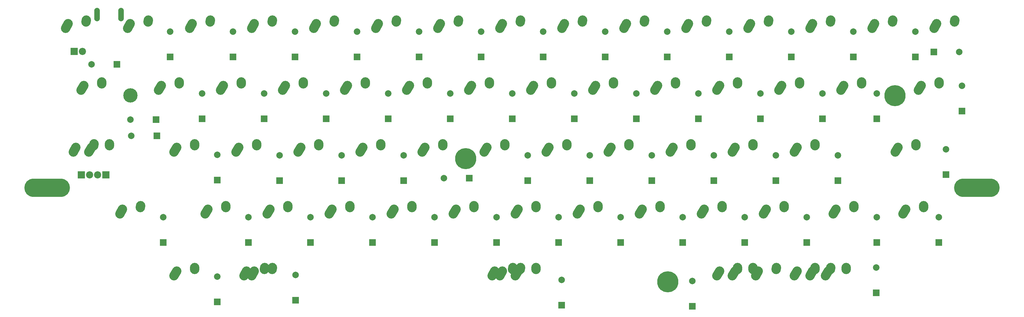
<source format=gts>
G04 #@! TF.FileFunction,Soldermask,Top*
%FSLAX46Y46*%
G04 Gerber Fmt 4.6, Leading zero omitted, Abs format (unit mm)*
G04 Created by KiCad (PCBNEW 4.0.6) date 05/05/17 19:14:25*
%MOMM*%
%LPD*%
G01*
G04 APERTURE LIST*
%ADD10C,0.100000*%
%ADD11C,2.900000*%
%ADD12R,2.000000X2.000000*%
%ADD13C,2.000000*%
%ADD14O,1.700000X4.200000*%
%ADD15O,14.000000X5.600000*%
%ADD16C,4.400000*%
%ADD17C,6.500000*%
%ADD18R,2.200000X2.200000*%
%ADD19C,2.200000*%
G04 APERTURE END LIST*
D10*
D11*
X320850453Y-103156296D02*
X320039547Y-104616204D01*
X326389724Y-102076922D02*
X326350276Y-102655578D01*
D12*
X88150000Y-115750000D03*
D13*
X80350000Y-115750000D03*
D12*
X104500000Y-113400000D03*
D13*
X104500000Y-105600000D03*
D12*
X123825000Y-113437500D03*
D13*
X123825000Y-105637500D03*
D12*
X142875000Y-113437500D03*
D13*
X142875000Y-105637500D03*
D12*
X161925000Y-113437500D03*
D13*
X161925000Y-105637500D03*
D12*
X180975000Y-113437500D03*
D13*
X180975000Y-105637500D03*
D12*
X200025000Y-113437500D03*
D13*
X200025000Y-105637500D03*
D12*
X219075000Y-113437500D03*
D13*
X219075000Y-105637500D03*
D12*
X238125000Y-113437500D03*
D13*
X238125000Y-105637500D03*
D12*
X257175000Y-113437500D03*
D13*
X257175000Y-105637500D03*
D12*
X276225000Y-113437500D03*
D13*
X276225000Y-105637500D03*
D12*
X295275000Y-113437500D03*
D13*
X295275000Y-105637500D03*
D12*
X314325000Y-113437500D03*
D13*
X314325000Y-105637500D03*
D12*
X100150000Y-132750000D03*
D13*
X92350000Y-132750000D03*
D12*
X114300000Y-132487500D03*
D13*
X114300000Y-124687500D03*
D12*
X133350000Y-132487500D03*
D13*
X133350000Y-124687500D03*
D12*
X152400000Y-132487500D03*
D13*
X152400000Y-124687500D03*
D12*
X171450000Y-132487500D03*
D13*
X171450000Y-124687500D03*
D12*
X190500000Y-132487500D03*
D13*
X190500000Y-124687500D03*
D12*
X209550000Y-132487500D03*
D13*
X209550000Y-124687500D03*
D12*
X228600000Y-132487500D03*
D13*
X228600000Y-124687500D03*
D12*
X247650000Y-132487500D03*
D13*
X247650000Y-124687500D03*
D12*
X266700000Y-132487500D03*
D13*
X266700000Y-124687500D03*
D12*
X285750000Y-132487500D03*
D13*
X285750000Y-124687500D03*
D12*
X304800000Y-132487500D03*
D13*
X304800000Y-124687500D03*
D12*
X321468750Y-132487500D03*
D13*
X321468750Y-124687500D03*
D12*
X100400000Y-137750000D03*
D13*
X92600000Y-137750000D03*
D12*
X119000000Y-151400000D03*
D13*
X119000000Y-143600000D03*
D12*
X138112500Y-151537500D03*
D13*
X138112500Y-143737500D03*
D12*
X157162500Y-151537500D03*
D13*
X157162500Y-143737500D03*
D12*
X176212500Y-151537500D03*
D13*
X176212500Y-143737500D03*
D12*
X196375000Y-150800000D03*
D13*
X188575000Y-150800000D03*
D12*
X214312500Y-151537500D03*
D13*
X214312500Y-143737500D03*
D12*
X233362500Y-151537500D03*
D13*
X233362500Y-143737500D03*
D12*
X252412500Y-151537500D03*
D13*
X252412500Y-143737500D03*
D12*
X271462500Y-151537500D03*
D13*
X271462500Y-143737500D03*
D12*
X290512500Y-151537500D03*
D13*
X290512500Y-143737500D03*
D12*
X309562500Y-151537500D03*
D13*
X309562500Y-143737500D03*
D12*
X342750000Y-149650000D03*
D13*
X342750000Y-141850000D03*
D12*
X102393750Y-170587500D03*
D13*
X102393750Y-162787500D03*
D12*
X128587500Y-170587500D03*
D13*
X128587500Y-162787500D03*
D12*
X147637500Y-170587500D03*
D13*
X147637500Y-162787500D03*
D12*
X166687500Y-170587500D03*
D13*
X166687500Y-162787500D03*
D12*
X185737500Y-170587500D03*
D13*
X185737500Y-162787500D03*
D12*
X204787500Y-170587500D03*
D13*
X204787500Y-162787500D03*
D12*
X223837500Y-170587500D03*
D13*
X223837500Y-162787500D03*
D12*
X242887500Y-170587500D03*
D13*
X242887500Y-162787500D03*
D12*
X261937500Y-170587500D03*
D13*
X261937500Y-162787500D03*
D12*
X280987500Y-170587500D03*
D13*
X280987500Y-162787500D03*
D12*
X300037500Y-170587500D03*
D13*
X300037500Y-162787500D03*
D12*
X321468750Y-170587500D03*
D13*
X321468750Y-162787500D03*
D12*
X340518750Y-170587500D03*
D13*
X340518750Y-162787500D03*
D12*
X119000000Y-188900000D03*
D13*
X119000000Y-181100000D03*
D12*
X143000000Y-188400000D03*
D13*
X143000000Y-180600000D03*
D12*
X224750000Y-189900000D03*
D13*
X224750000Y-182100000D03*
D12*
X264875000Y-190200000D03*
D13*
X264875000Y-182400000D03*
D12*
X321325000Y-186075000D03*
D13*
X321325000Y-178275000D03*
D12*
X339000000Y-111918750D03*
D13*
X346800000Y-111918750D03*
D12*
X333375000Y-113437500D03*
D13*
X333375000Y-105637500D03*
D12*
X347662500Y-130106250D03*
D13*
X347662500Y-122306250D03*
D14*
X82100000Y-100350000D03*
X89400000Y-100350000D03*
D11*
X73200453Y-103156296D02*
X72389547Y-104616204D01*
X78739724Y-102076922D02*
X78700276Y-102655578D01*
X92250453Y-103156296D02*
X91439547Y-104616204D01*
X97789724Y-102076922D02*
X97750276Y-102655578D01*
X111300453Y-103156296D02*
X110489547Y-104616204D01*
X116839724Y-102076922D02*
X116800276Y-102655578D01*
X130350453Y-103156296D02*
X129539547Y-104616204D01*
X135889724Y-102076922D02*
X135850276Y-102655578D01*
X149400453Y-103156296D02*
X148589547Y-104616204D01*
X154939724Y-102076922D02*
X154900276Y-102655578D01*
X168450453Y-103156296D02*
X167639547Y-104616204D01*
X173989724Y-102076922D02*
X173950276Y-102655578D01*
X187500453Y-103156296D02*
X186689547Y-104616204D01*
X193039724Y-102076922D02*
X193000276Y-102655578D01*
X206550453Y-103156296D02*
X205739547Y-104616204D01*
X212089724Y-102076922D02*
X212050276Y-102655578D01*
X225600453Y-103156296D02*
X224789547Y-104616204D01*
X231139724Y-102076922D02*
X231100276Y-102655578D01*
X244650453Y-103156296D02*
X243839547Y-104616204D01*
X250189724Y-102076922D02*
X250150276Y-102655578D01*
X263700453Y-103156296D02*
X262889547Y-104616204D01*
X269239724Y-102076922D02*
X269200276Y-102655578D01*
X282750453Y-103156296D02*
X281939547Y-104616204D01*
X288289724Y-102076922D02*
X288250276Y-102655578D01*
X301800453Y-103156296D02*
X300989547Y-104616204D01*
X307339724Y-102076922D02*
X307300276Y-102655578D01*
X77962953Y-122206296D02*
X77152047Y-123666204D01*
X83502224Y-121126922D02*
X83462776Y-121705578D01*
X101775453Y-122206296D02*
X100964547Y-123666204D01*
X107314724Y-121126922D02*
X107275276Y-121705578D01*
X120825453Y-122206296D02*
X120014547Y-123666204D01*
X126364724Y-121126922D02*
X126325276Y-121705578D01*
X139875453Y-122206296D02*
X139064547Y-123666204D01*
X145414724Y-121126922D02*
X145375276Y-121705578D01*
X158925453Y-122206296D02*
X158114547Y-123666204D01*
X164464724Y-121126922D02*
X164425276Y-121705578D01*
X177975453Y-122206296D02*
X177164547Y-123666204D01*
X183514724Y-121126922D02*
X183475276Y-121705578D01*
X197025453Y-122206296D02*
X196214547Y-123666204D01*
X202564724Y-121126922D02*
X202525276Y-121705578D01*
X216075453Y-122206296D02*
X215264547Y-123666204D01*
X221614724Y-121126922D02*
X221575276Y-121705578D01*
X235125453Y-122206296D02*
X234314547Y-123666204D01*
X240664724Y-121126922D02*
X240625276Y-121705578D01*
X254175453Y-122206296D02*
X253364547Y-123666204D01*
X259714724Y-121126922D02*
X259675276Y-121705578D01*
X273225453Y-122206296D02*
X272414547Y-123666204D01*
X278764724Y-121126922D02*
X278725276Y-121705578D01*
X292275453Y-122206296D02*
X291464547Y-123666204D01*
X297814724Y-121126922D02*
X297775276Y-121705578D01*
X311325453Y-122206296D02*
X310514547Y-123666204D01*
X316864724Y-121126922D02*
X316825276Y-121705578D01*
X80344203Y-141256296D02*
X79533297Y-142716204D01*
X85883474Y-140176922D02*
X85844026Y-140755578D01*
X106537953Y-141256296D02*
X105727047Y-142716204D01*
X112077224Y-140176922D02*
X112037776Y-140755578D01*
X125587953Y-141256296D02*
X124777047Y-142716204D01*
X131127224Y-140176922D02*
X131087776Y-140755578D01*
X144637953Y-141256296D02*
X143827047Y-142716204D01*
X150177224Y-140176922D02*
X150137776Y-140755578D01*
X163687953Y-141256296D02*
X162877047Y-142716204D01*
X169227224Y-140176922D02*
X169187776Y-140755578D01*
X182737953Y-141256296D02*
X181927047Y-142716204D01*
X188277224Y-140176922D02*
X188237776Y-140755578D01*
X201787953Y-141256296D02*
X200977047Y-142716204D01*
X207327224Y-140176922D02*
X207287776Y-140755578D01*
X220837953Y-141256296D02*
X220027047Y-142716204D01*
X226377224Y-140176922D02*
X226337776Y-140755578D01*
X239887953Y-141256296D02*
X239077047Y-142716204D01*
X245427224Y-140176922D02*
X245387776Y-140755578D01*
X258937953Y-141256296D02*
X258127047Y-142716204D01*
X264477224Y-140176922D02*
X264437776Y-140755578D01*
X277987953Y-141256296D02*
X277177047Y-142716204D01*
X283527224Y-140176922D02*
X283487776Y-140755578D01*
X297037953Y-141256296D02*
X296227047Y-142716204D01*
X302577224Y-140176922D02*
X302537776Y-140755578D01*
X116062953Y-160306296D02*
X115252047Y-161766204D01*
X121602224Y-159226922D02*
X121562776Y-159805578D01*
X135112953Y-160306296D02*
X134302047Y-161766204D01*
X140652224Y-159226922D02*
X140612776Y-159805578D01*
X154162953Y-160306296D02*
X153352047Y-161766204D01*
X159702224Y-159226922D02*
X159662776Y-159805578D01*
X173212953Y-160306296D02*
X172402047Y-161766204D01*
X178752224Y-159226922D02*
X178712776Y-159805578D01*
X192262953Y-160306296D02*
X191452047Y-161766204D01*
X197802224Y-159226922D02*
X197762776Y-159805578D01*
X211312953Y-160306296D02*
X210502047Y-161766204D01*
X216852224Y-159226922D02*
X216812776Y-159805578D01*
X230362953Y-160306296D02*
X229552047Y-161766204D01*
X235902224Y-159226922D02*
X235862776Y-159805578D01*
X249412953Y-160306296D02*
X248602047Y-161766204D01*
X254952224Y-159226922D02*
X254912776Y-159805578D01*
X268462953Y-160306296D02*
X267652047Y-161766204D01*
X274002224Y-159226922D02*
X273962776Y-159805578D01*
X287512953Y-160306296D02*
X286702047Y-161766204D01*
X293052224Y-159226922D02*
X293012776Y-159805578D01*
X330375453Y-160306296D02*
X329564547Y-161766204D01*
X335914724Y-159226922D02*
X335875276Y-159805578D01*
X106537953Y-179356296D02*
X105727047Y-180816204D01*
X112077224Y-178276922D02*
X112037776Y-178855578D01*
X130350453Y-179356296D02*
X129539547Y-180816204D01*
X135889724Y-178276922D02*
X135850276Y-178855578D01*
X277987953Y-179356296D02*
X277177047Y-180816204D01*
X283527224Y-178276922D02*
X283487776Y-178855578D01*
X301800453Y-179356296D02*
X300989547Y-180816204D01*
X307339724Y-178276922D02*
X307300276Y-178855578D01*
X339900453Y-103156296D02*
X339089547Y-104616204D01*
X345439724Y-102076922D02*
X345400276Y-102655578D01*
X89869203Y-160306296D02*
X89058297Y-161766204D01*
X95408474Y-159226922D02*
X95369026Y-159805578D01*
X308944203Y-160306296D02*
X308133297Y-161766204D01*
X314483474Y-159226922D02*
X314444026Y-159805578D01*
X335137953Y-122206296D02*
X334327047Y-123666204D01*
X340677224Y-121126922D02*
X340637776Y-121705578D01*
X204169203Y-179356296D02*
X203358297Y-180816204D01*
X209708474Y-178276922D02*
X209669026Y-178855578D01*
X327994203Y-141256296D02*
X327183297Y-142716204D01*
X333533474Y-140176922D02*
X333494026Y-140755578D01*
D15*
X66750000Y-153750000D03*
X352250000Y-153750000D03*
D16*
X92275000Y-125300000D03*
D17*
X327050000Y-125375000D03*
X257325000Y-182725000D03*
X195225000Y-144775000D03*
D18*
X75000000Y-111750000D03*
D19*
X77540000Y-111750000D03*
D18*
X77250000Y-149750000D03*
D19*
X79790000Y-149750000D03*
D18*
X84750000Y-149750000D03*
D19*
X82210000Y-149750000D03*
D11*
X75581703Y-141256296D02*
X74770797Y-142716204D01*
X81120974Y-140176922D02*
X81081526Y-140755578D01*
X127969203Y-179356296D02*
X127158297Y-180816204D01*
X133508474Y-178276922D02*
X133469026Y-178855578D01*
X211312953Y-179356296D02*
X210502047Y-180816204D01*
X216852224Y-178276922D02*
X216812776Y-178855578D01*
X206550453Y-179356296D02*
X205739547Y-180816204D01*
X212089724Y-178276922D02*
X212050276Y-178855578D01*
X273225453Y-179356296D02*
X272414547Y-180816204D01*
X278764724Y-178276922D02*
X278725276Y-178855578D01*
X285131703Y-179356296D02*
X284320797Y-180816204D01*
X290670974Y-178276922D02*
X290631526Y-178855578D01*
X297037953Y-179356296D02*
X296227047Y-180816204D01*
X302577224Y-178276922D02*
X302537776Y-178855578D01*
X306562953Y-179356296D02*
X305752047Y-180816204D01*
X312102224Y-178276922D02*
X312062776Y-178855578D01*
M02*

</source>
